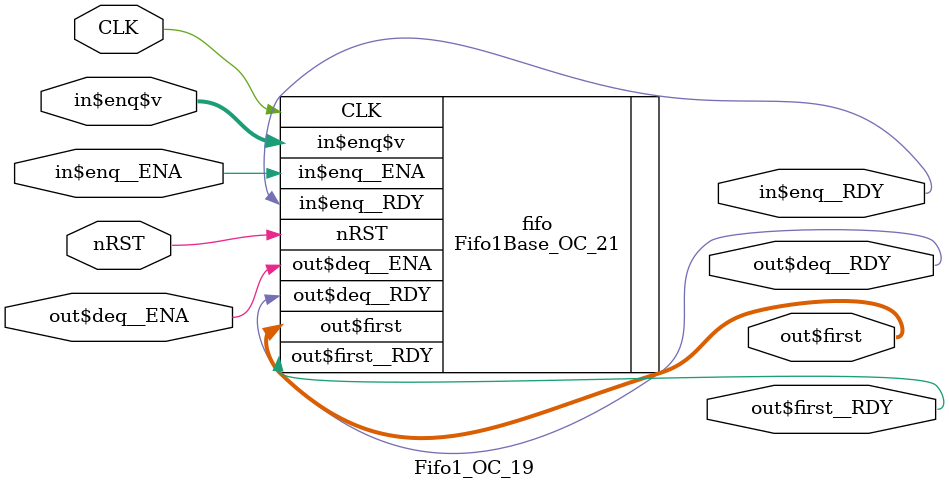
<source format=v>
`include "zynqTop.generated.vh"

`default_nettype none
module Fifo1_OC_19 (input wire CLK, input wire nRST,
    input wire in$enq__ENA,
    input wire [37:0]in$enq$v,
    output wire in$enq__RDY,
    input wire out$deq__ENA,
    output wire out$deq__RDY,
    output wire [37:0]out$first,
    output wire out$first__RDY);
    Fifo1Base_OC_21 fifo (.CLK(CLK), .nRST(nRST),
        .in$enq__ENA(in$enq__ENA),
        .in$enq$v(in$enq$v),
        .in$enq__RDY(in$enq__RDY),
        .out$deq__ENA(out$deq__ENA),
        .out$deq__RDY(out$deq__RDY),
        .out$first(out$first),
        .out$first__RDY(out$first__RDY));
endmodule 

`default_nettype wire    // set back to default value

</source>
